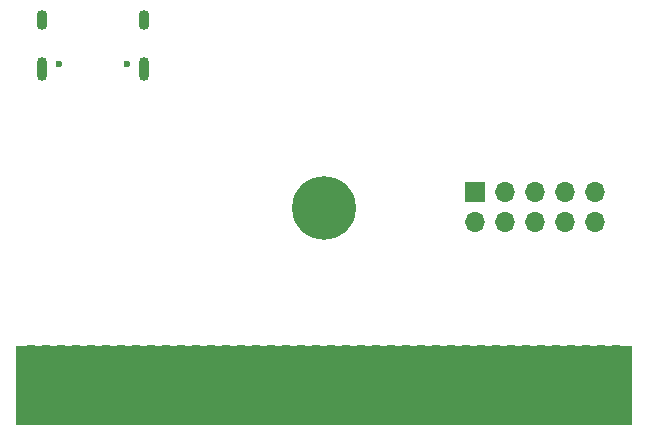
<source format=gts>
%TF.GenerationSoftware,KiCad,Pcbnew,(6.0.7)*%
%TF.CreationDate,2023-03-31T21:15:27+02:00*%
%TF.ProjectId,airboy_cartridge,61697262-6f79-45f6-9361-727472696467,rev?*%
%TF.SameCoordinates,Original*%
%TF.FileFunction,Soldermask,Top*%
%TF.FilePolarity,Negative*%
%FSLAX46Y46*%
G04 Gerber Fmt 4.6, Leading zero omitted, Abs format (unit mm)*
G04 Created by KiCad (PCBNEW (6.0.7)) date 2023-03-31 21:15:27*
%MOMM*%
%LPD*%
G01*
G04 APERTURE LIST*
G04 Aperture macros list*
%AMRoundRect*
0 Rectangle with rounded corners*
0 $1 Rounding radius*
0 $2 $3 $4 $5 $6 $7 $8 $9 X,Y pos of 4 corners*
0 Add a 4 corners polygon primitive as box body*
4,1,4,$2,$3,$4,$5,$6,$7,$8,$9,$2,$3,0*
0 Add four circle primitives for the rounded corners*
1,1,$1+$1,$2,$3*
1,1,$1+$1,$4,$5*
1,1,$1+$1,$6,$7*
1,1,$1+$1,$8,$9*
0 Add four rect primitives between the rounded corners*
20,1,$1+$1,$2,$3,$4,$5,0*
20,1,$1+$1,$4,$5,$6,$7,0*
20,1,$1+$1,$6,$7,$8,$9,0*
20,1,$1+$1,$8,$9,$2,$3,0*%
G04 Aperture macros list end*
%ADD10C,0.120000*%
%ADD11RoundRect,0.200000X-0.200000X-2.700000X0.200000X-2.700000X0.200000X2.700000X-0.200000X2.700000X0*%
%ADD12C,0.600000*%
%ADD13O,0.900000X1.700000*%
%ADD14O,0.900000X2.000000*%
%ADD15R,1.700000X1.700000*%
%ADD16O,1.700000X1.700000*%
%ADD17C,5.400000*%
G04 APERTURE END LIST*
%TO.C,J4*%
G36*
X176035000Y-122275000D02*
G01*
X123965000Y-122275000D01*
X123965000Y-115661600D01*
X176035000Y-115661600D01*
X176035000Y-122275000D01*
G37*
D10*
X176035000Y-122275000D02*
X123965000Y-122275000D01*
X123965000Y-115661600D01*
X176035000Y-115661600D01*
X176035000Y-122275000D01*
%TD*%
D11*
%TO.C,J4*%
X125222142Y-118500000D03*
X126492142Y-118500000D03*
X127762142Y-118500000D03*
X129032142Y-118500000D03*
X130302142Y-118500000D03*
X131572142Y-118500000D03*
X132842142Y-118500000D03*
X134112142Y-118500000D03*
X135376044Y-118500000D03*
X136639284Y-118500000D03*
X137935000Y-118500000D03*
X139205000Y-118500000D03*
X140475000Y-118500000D03*
X141745000Y-118500000D03*
X143015000Y-118500000D03*
X144285000Y-118500000D03*
X145555000Y-118500000D03*
X146825000Y-118500000D03*
X148088902Y-118500000D03*
X149352142Y-118500000D03*
X150635000Y-118500000D03*
X151905000Y-118500000D03*
X153175000Y-118500000D03*
X154445000Y-118500000D03*
X155715000Y-118500000D03*
X156997858Y-118500000D03*
X158267858Y-118500000D03*
X159537858Y-118500000D03*
X160807858Y-118500000D03*
X162083445Y-118484045D03*
X163335000Y-118500000D03*
X164605000Y-118500000D03*
X165875000Y-118500000D03*
X167145000Y-118500000D03*
X168415000Y-118500000D03*
X169685000Y-118500000D03*
X170955000Y-118500000D03*
X172225000Y-118500000D03*
X173495000Y-118500000D03*
X174765000Y-118500000D03*
%TD*%
D12*
%TO.C,J1*%
X127610000Y-91775000D03*
X133390000Y-91775000D03*
D13*
X126180000Y-88085000D03*
D14*
X126180000Y-92255000D03*
D13*
X134820000Y-88085000D03*
D14*
X134820000Y-92255000D03*
%TD*%
D15*
%TO.C,J3*%
X162835000Y-102625000D03*
D16*
X162835000Y-105165000D03*
X165375000Y-102625000D03*
X165375000Y-105165000D03*
X167915000Y-102625000D03*
X167915000Y-105165000D03*
X170455000Y-102625000D03*
X170455000Y-105165000D03*
X172995000Y-102625000D03*
X172995000Y-105165000D03*
%TD*%
D17*
%TO.C,H1*%
X150000000Y-104000000D03*
%TD*%
M02*

</source>
